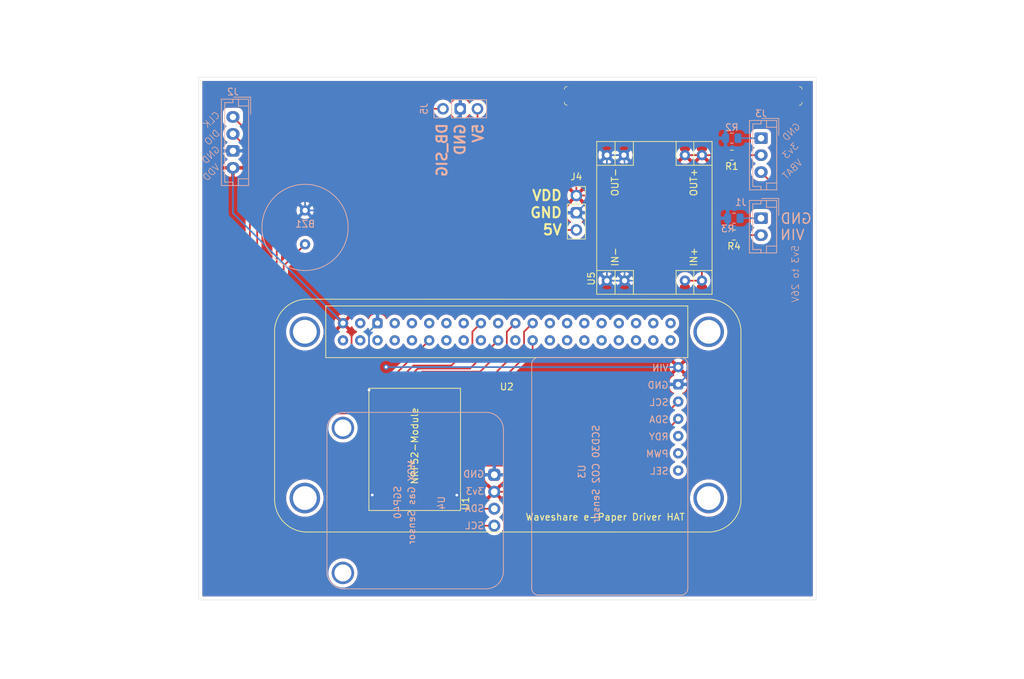
<source format=kicad_pcb>
(kicad_pcb (version 20171130) (host pcbnew 5.1.9)
  (layers (0 F.Cu signal) (31 B.Cu signal) (34 B.Paste user) (35 F.Paste user) (36 B.SilkS user) (37 F.SilkS user) (38 B.Mask user) (39 F.Mask user) (44 Edge.Cuts user))
  (net 0 "")
  (net 1 "Net-(U1-Pad48)")
  (net 2 "Net-(U1-Pad47)")
  (net 3 "Net-(U1-Pad46)")
  (net 4 "Net-(U1-Pad45)")
  (net 5 "Net-(U1-Pad34)")
  (net 6 "Net-(U1-Pad31)")
  (net 7 "Net-(U1-Pad30)")
  (net 8 "Net-(U1-Pad29)")
  (net 9 "Net-(U1-Pad28)")
  (net 10 "Net-(U1-Pad27)")
  (net 11 "Net-(U1-Pad26)")
  (net 12 "Net-(U1-Pad25)")
  (net 13 "Net-(U1-Pad24)")
  (net 14 "Net-(U1-Pad23)")
  (net 15 "Net-(U1-Pad22)")
  (net 16 "Net-(U1-Pad21)")
  (net 17 "Net-(U1-Pad20)")
  (net 18 "Net-(U1-Pad19)")
  (net 19 "Net-(U1-Pad18)")
  (net 20 "Net-(U1-Pad17)")
  (net 21 "Net-(U1-Pad16)")
  (net 22 "Net-(U1-Pad15)")
  (net 23 "Net-(U1-Pad14)")
  (net 24 "Net-(U1-Pad7)")
  (net 25 "Net-(U1-Pad6)")
  (net 26 GND)
  (net 27 CS)
  (net 28 DIN)
  (net 29 CLK)
  (net 30 SWDCLK)
  (net 31 SWDIO)
  (net 32 DC)
  (net 33 BUSY)
  (net 34 RST)
  (net 35 VDD)
  (net 36 "Net-(U3-Pad7)")
  (net 37 "Net-(U3-Pad6)")
  (net 38 "Net-(U3-Pad5)")
  (net 39 SCL_SCD30)
  (net 40 SDA_SCD30)
  (net 41 SCL_SGP40)
  (net 42 SDA_SGP40)
  (net 43 VIN)
  (net 44 VBAT)
  (net 45 "Net-(U1-Pad11)")
  (net 46 "Net-(U1-Pad10)")
  (net 47 "Net-(U1-Pad39)")
  (net 48 "Net-(U1-Pad41)")
  (net 49 "Net-(U1-Pad36)")
  (net 50 "Net-(U1-Pad40)")
  (net 51 "Net-(U1-Pad35)")
  (net 52 "Net-(U1-Pad9)")
  (net 53 "Net-(J3-Pad2)")
  (net 54 "Net-(J1-Pad2)")
  (net 55 "Net-(J1-Pad1)")
  (net 56 "Net-(J3-Pad1)")
  (net 57 BUZ_SIG)
  (net 58 5V)
  (net 59 "Net-(U1-Pad8)")
  (net 60 "Net-(U1-Pad12)")
  (net 61 "Net-(U1-Pad13)")
  (net 62 DB_SIG)
  (module PS1240P02BT:PS1240P02BT (layer B.Cu) (at 129.725 88.7)
    (fp_text reference BZ1 (at 0 -0.5) (layer B.SilkS) (effects (justify mirror)))
    (fp_text value Buzzer)
    (fp_circle (center 0 0) (end 6.35 0) (layer B.SilkS) (width 0.12))
    (pad 2 thru_hole circle (at 0 -2.5) (size 1.524 1.524) (drill 0.762) (layers *.Cu *.Mask) (net 26 GND))
    (pad 1 thru_hole circle (at 0 2.5) (size 1.524 1.524) (drill 0.762) (layers *.Cu *.Mask) (net 57 BUZ_SIG))
  )
  (module Connector_PinSocket_2.54mm:PinSocket_1x03_P2.54mm_Vertical (layer B.Cu) (at 150.05 71.225 270)
    (fp_text reference J5 (at 0 2.77 90) (layer B.SilkS) (effects (justify mirror)))
    (fp_text value DecibelMeter)
    (fp_line (start 0 1.33) (end 1.33 1.33) (layer B.SilkS) (width 0.12))
    (fp_line (start 1.33 1.33) (end 1.33 0) (layer B.SilkS) (width 0.12))
    (fp_line (start 1.33 -1.27) (end 1.33 -6.41) (layer B.SilkS) (width 0.12))
    (fp_line (start -1.33 -6.41) (end 1.33 -6.41) (layer B.SilkS) (width 0.12))
    (fp_line (start -1.33 -1.27) (end -1.33 -6.41) (layer B.SilkS) (width 0.12))
    (fp_line (start -1.33 -1.27) (end 1.33 -1.27) (layer B.SilkS) (width 0.12))
    (pad 3 thru_hole oval (at 0 -5.08 270) (size 1.7 1.7) (drill 1) (layers *.Cu *.Mask) (net 58 5V))
    (pad 2 thru_hole roundrect (at 0 -2.54 270) (size 1.7 1.7) (drill 1) (layers *.Cu *.Mask) (net 26 GND))
    (pad 1 thru_hole circle (at 0 0 270) (size 1.7 1.7) (drill 1) (layers *.Cu *.Mask) (net 62 DB_SIG))
  )
  (module Connector_PinSocket_2.54mm:PinSocket_1x03_P2.54mm_Vertical (layer F.Cu) (at 169.7 84)
    (fp_text reference J4 (at 0 -2.77) (layer F.SilkS))
    (fp_text value PowerConverter)
    (fp_line (start 0 -1.33) (end 1.33 -1.33) (layer F.SilkS) (width 0.12))
    (fp_line (start 1.33 -1.33) (end 1.33 0) (layer F.SilkS) (width 0.12))
    (fp_line (start 1.33 1.27) (end 1.33 6.41) (layer F.SilkS) (width 0.12))
    (fp_line (start -1.33 6.41) (end 1.33 6.41) (layer F.SilkS) (width 0.12))
    (fp_line (start -1.33 1.27) (end -1.33 6.41) (layer F.SilkS) (width 0.12))
    (fp_line (start -1.33 1.27) (end 1.33 1.27) (layer F.SilkS) (width 0.12))
    (pad 3 thru_hole oval (at 0 5.08) (size 1.7 1.7) (drill 1) (layers *.Cu *.Mask) (net 58 5V))
    (pad 2 thru_hole roundrect (at 0 2.54) (size 1.7 1.7) (drill 1) (layers *.Cu *.Mask) (net 26 GND))
    (pad 1 thru_hole circle (at 0 0) (size 1.7 1.7) (drill 1) (layers *.Cu *.Mask) (net 35 VDD))
  )
  (module Connector_JST:JST_EH_B4B-EH-A_1x04_P2.50mm_Vertical (layer B.Cu) (at 119.1 72.425 270)
    (fp_text reference J2 (at -3.7 0) (layer B.SilkS) (effects (justify mirror)))
    (fp_text value Conn_01x04)
    (fp_line (start -2.91 -2.61) (end -0.41 -2.61) (layer B.SilkS) (width 0.12))
    (fp_line (start -2.91 -0.11) (end -2.91 -2.61) (layer B.SilkS) (width 0.12))
    (fp_line (start 9.11 -0.81) (end 9.11 -2.31) (layer B.SilkS) (width 0.12))
    (fp_line (start 10.11 -0.81) (end 9.11 -0.81) (layer B.SilkS) (width 0.12))
    (fp_line (start -1.61 -0.81) (end -1.61 -2.31) (layer B.SilkS) (width 0.12))
    (fp_line (start -2.61 -0.81) (end -1.61 -0.81) (layer B.SilkS) (width 0.12))
    (fp_line (start 9.61 0) (end 10.11 0) (layer B.SilkS) (width 0.12))
    (fp_line (start 9.61 1.21) (end 9.61 0) (layer B.SilkS) (width 0.12))
    (fp_line (start -2.11 1.21) (end 9.61 1.21) (layer B.SilkS) (width 0.12))
    (fp_line (start -2.11 0) (end -2.11 1.21) (layer B.SilkS) (width 0.12))
    (fp_line (start -2.61 0) (end -2.11 0) (layer B.SilkS) (width 0.12))
    (fp_line (start 10.11 1.71) (end -2.61 1.71) (layer B.SilkS) (width 0.12))
    (fp_line (start 10.11 -2.31) (end 10.11 1.71) (layer B.SilkS) (width 0.12))
    (fp_line (start -2.61 -2.31) (end 10.11 -2.31) (layer B.SilkS) (width 0.12))
    (fp_line (start -2.61 1.71) (end -2.61 -2.31) (layer B.SilkS) (width 0.12))
    (pad 1 thru_hole oval (at 0 0 270) (size 1.7 1.95) (drill 0.95) (layers *.Cu *.Mask) (net 30 SWDCLK))
    (pad 2 thru_hole oval (at 2.5 0 270) (size 1.7 1.95) (drill 0.95) (layers *.Cu *.Mask) (net 31 SWDIO))
    (pad 3 thru_hole roundrect (at 5 0 270) (size 1.7 1.95) (drill 0.95) (layers *.Cu *.Mask) (net 26 GND))
    (pad 4 thru_hole oval (at 7.5 0 270) (size 1.7 1.95) (drill 0.95) (layers *.Cu *.Mask) (net 35 VDD))
  )
  (module Connector_JST:JST_EH_B2B-EH-A_1x02_P2.50mm_Vertical (layer B.Cu) (at 196.9 87.345 270)
    (fp_text reference J1 (at -2.345 2.975 180) (layer B.SilkS) (effects (justify mirror)))
    (fp_text value Conn_01x02)
    (fp_line (start -2.91 -2.61) (end -0.41 -2.61) (layer B.SilkS) (width 0.12))
    (fp_line (start -2.91 -0.11) (end -2.91 -2.61) (layer B.SilkS) (width 0.12))
    (fp_line (start 4.11 -0.81) (end 4.11 -2.31) (layer B.SilkS) (width 0.12))
    (fp_line (start 5.11 -0.81) (end 4.11 -0.81) (layer B.SilkS) (width 0.12))
    (fp_line (start -1.61 -0.81) (end -1.61 -2.31) (layer B.SilkS) (width 0.12))
    (fp_line (start -2.61 -0.81) (end -1.61 -0.81) (layer B.SilkS) (width 0.12))
    (fp_line (start 4.61 0) (end 5.11 0) (layer B.SilkS) (width 0.12))
    (fp_line (start 4.61 1.21) (end 4.61 0) (layer B.SilkS) (width 0.12))
    (fp_line (start -2.11 1.21) (end 4.61 1.21) (layer B.SilkS) (width 0.12))
    (fp_line (start -2.11 0) (end -2.11 1.21) (layer B.SilkS) (width 0.12))
    (fp_line (start -2.61 0) (end -2.11 0) (layer B.SilkS) (width 0.12))
    (fp_line (start 5.11 1.71) (end -2.61 1.71) (layer B.SilkS) (width 0.12))
    (fp_line (start 5.11 -2.31) (end 5.11 1.71) (layer B.SilkS) (width 0.12))
    (fp_line (start -2.61 -2.31) (end 5.11 -2.31) (layer B.SilkS) (width 0.12))
    (fp_line (start -2.61 1.71) (end -2.61 -2.31) (layer B.SilkS) (width 0.12))
    (pad 1 thru_hole roundrect (at 0 0 270) (size 1.7 2) (drill 1) (layers *.Cu *.Mask) (roundrect_rratio 0.147059) (net 55 "Net-(J1-Pad1)"))
    (pad 2 thru_hole oval (at 2.5 0 270) (size 1.7 2) (drill 1) (layers *.Cu *.Mask) (net 54 "Net-(J1-Pad2)"))
  )
  (module Resistor_SMD:R_0805_2012Metric (layer F.Cu) (at 192.925 89.825 180)
    (fp_text reference R4 (at 0 -1.65) (layer F.SilkS))
    (fp_text value 0)
    (fp_line (start -0.227064 0.735) (end 0.227064 0.735) (layer F.SilkS) (width 0.12))
    (fp_line (start -0.227064 -0.735) (end 0.227064 -0.735) (layer F.SilkS) (width 0.12))
    (pad 1 smd roundrect (at -0.9125 0 180) (size 1.025 1.4) (layers F.Cu F.Paste F.Mask) (roundrect_rratio 0.243902) (net 54 "Net-(J1-Pad2)"))
    (pad 2 smd roundrect (at 0.9125 0 180) (size 1.025 1.4) (layers F.Cu F.Paste F.Mask) (roundrect_rratio 0.243902) (net 43 VIN))
  )
  (module Resistor_SMD:R_0805_2012Metric (layer B.Cu) (at 192.9125 87.35 180)
    (fp_text reference R3 (at 0.9125 -1.55 180) (layer B.SilkS) (effects (justify mirror)))
    (fp_text value 0)
    (fp_line (start -0.227064 -0.735) (end 0.227064 -0.735) (layer B.SilkS) (width 0.12))
    (fp_line (start -0.227064 0.735) (end 0.227064 0.735) (layer B.SilkS) (width 0.12))
    (pad 1 smd roundrect (at -0.9125 0 180) (size 1.025 1.4) (layers B.Cu B.Paste B.Mask) (roundrect_rratio 0.243902) (net 55 "Net-(J1-Pad1)"))
    (pad 2 smd roundrect (at 0.9125 0 180) (size 1.025 1.4) (layers B.Cu B.Paste B.Mask) (roundrect_rratio 0.243902) (net 26 GND))
  )
  (module Resistor_SMD:R_0805_2012Metric (layer B.Cu) (at 192.6 75.555 180)
    (fp_text reference R2 (at 0 1.58) (layer B.SilkS) (effects (justify mirror)))
    (fp_text value 0)
    (fp_line (start -0.227064 -0.735) (end 0.227064 -0.735) (layer B.SilkS) (width 0.12))
    (fp_line (start -0.227064 0.735) (end 0.227064 0.735) (layer B.SilkS) (width 0.12))
    (pad 1 smd roundrect (at -0.9125 0 180) (size 1.025 1.4) (layers B.Cu B.Paste B.Mask) (roundrect_rratio 0.243902) (net 56 "Net-(J3-Pad1)"))
    (pad 2 smd roundrect (at 0.9125 0 180) (size 1.025 1.4) (layers B.Cu B.Paste B.Mask) (roundrect_rratio 0.243902) (net 26 GND))
  )
  (module Resistor_SMD:R_0805_2012Metric (layer F.Cu) (at 192.6 78.055 180)
    (fp_text reference R1 (at 0 -1.65) (layer F.SilkS))
    (fp_text value 0)
    (fp_line (start -0.227064 0.735) (end 0.227064 0.735) (layer F.SilkS) (width 0.12))
    (fp_line (start -0.227064 -0.735) (end 0.227064 -0.735) (layer F.SilkS) (width 0.12))
    (pad 1 smd roundrect (at -0.9125 0 180) (size 1.025 1.4) (layers F.Cu F.Paste F.Mask) (roundrect_rratio 0.243902) (net 53 "Net-(J3-Pad2)"))
    (pad 2 smd roundrect (at 0.9125 0 180) (size 1.025 1.4) (layers F.Cu F.Paste F.Mask) (roundrect_rratio 0.243902) (net 35 VDD))
  )
  (module sensirion-scd30:scd30 (layer B.Cu) (at 186.12 142.875 180)
    (fp_text reference U3 (at 15.59 18.2 270) (layer B.SilkS) (effects (justify mirror)))
    (fp_text value SCD30)
    (fp_line (start 1 0) (end 22 0) (layer B.SilkS) (width 0.12))
    (fp_line (start 0 34) (end 0 1) (layer B.SilkS) (width 0.12))
    (fp_line (start 22 35) (end 1 35) (layer B.SilkS) (width 0.12))
    (fp_line (start 23 1) (end 23 34) (layer B.SilkS) (width 0.12))
    (fp_arc (start 1 34) (end 1 35) (angle 90) (layer B.SilkS) (width 0.12))
    (fp_arc (start 22 34) (end 23 34) (angle 90) (layer B.SilkS) (width 0.12))
    (fp_arc (start 22 1) (end 22 0) (angle 90) (layer B.SilkS) (width 0.12))
    (fp_arc (start 1 1) (end 0 1) (angle 90) (layer B.SilkS) (width 0.12))
    (fp_text user SEL (at 4.192857 18.27) (layer B.SilkS) (effects (justify mirror)))
    (fp_text user PWM (at 4.502381 20.8) (layer B.SilkS) (effects (justify mirror)))
    (fp_text user RDY (at 4.288095 23.33) (layer B.SilkS) (effects (justify mirror)))
    (fp_text user SDA (at 4.264286 25.86) (layer B.SilkS) (effects (justify mirror)))
    (fp_text user SCL (at 4.240476 28.39) (layer B.SilkS) (effects (justify mirror)))
    (fp_text user GND (at 4.383333 30.92) (layer B.SilkS) (effects (justify mirror)))
    (fp_text user VIN (at 4.05 33.45) (layer B.SilkS) (effects (justify mirror)))
    (fp_text user "SCD30 CO2 Sensor" (at 13.53 17.85 270) (layer B.SilkS) (effects (justify mirror)))
    (pad 4 thru_hole circle (at 1.41 25.97 180) (size 1.524 1.524) (drill 0.762) (layers *.Cu *.Mask) (net 40 SDA_SCD30))
    (pad 5 thru_hole circle (at 1.41 23.43 180) (size 1.524 1.524) (drill 0.762) (layers *.Cu *.Mask) (net 38 "Net-(U3-Pad5)"))
    (pad 3 thru_hole circle (at 1.41 28.51 180) (size 1.524 1.524) (drill 0.762) (layers *.Cu *.Mask) (net 39 SCL_SCD30))
    (pad 2 thru_hole roundrect (at 1.41 31.05 180) (size 1.524 1.524) (drill 0.762) (layers *.Cu *.Mask) (net 26 GND))
    (pad 7 thru_hole circle (at 1.41 18.35 180) (size 1.524 1.524) (drill 0.762) (layers *.Cu *.Mask) (net 36 "Net-(U3-Pad7)"))
    (pad 6 thru_hole circle (at 1.41 20.89 180) (size 1.524 1.524) (drill 0.762) (layers *.Cu *.Mask) (net 37 "Net-(U3-Pad6)"))
    (pad 1 thru_hole circle (at 1.41 33.59 180) (size 1.524 1.524) (drill 0.762) (layers *.Cu *.Mask) (net 35 VDD))
  )
  (module Connector_JST:JST_EH_B3B-EH-A_1x03_P2.50mm_Vertical (layer B.Cu) (at 196.91 75.555 270)
    (fp_text reference J3 (at -3.63 -0.015 180) (layer B.SilkS) (effects (justify mirror)))
    (fp_text value Conn_01x03)
    (fp_line (start -2.91 -2.61) (end -0.41 -2.61) (layer B.SilkS) (width 0.12))
    (fp_line (start -2.91 -0.11) (end -2.91 -2.61) (layer B.SilkS) (width 0.12))
    (fp_line (start 6.61 -0.81) (end 6.61 -2.31) (layer B.SilkS) (width 0.12))
    (fp_line (start 7.61 -0.81) (end 6.61 -0.81) (layer B.SilkS) (width 0.12))
    (fp_line (start -1.61 -0.81) (end -1.61 -2.31) (layer B.SilkS) (width 0.12))
    (fp_line (start -2.61 -0.81) (end -1.61 -0.81) (layer B.SilkS) (width 0.12))
    (fp_line (start 7.11 0) (end 7.61 0) (layer B.SilkS) (width 0.12))
    (fp_line (start 7.11 1.21) (end 7.11 0) (layer B.SilkS) (width 0.12))
    (fp_line (start -2.11 1.21) (end 7.11 1.21) (layer B.SilkS) (width 0.12))
    (fp_line (start -2.11 0) (end -2.11 1.21) (layer B.SilkS) (width 0.12))
    (fp_line (start -2.61 0) (end -2.11 0) (layer B.SilkS) (width 0.12))
    (fp_line (start 7.61 1.71) (end -2.61 1.71) (layer B.SilkS) (width 0.12))
    (fp_line (start 7.61 -2.31) (end 7.61 1.71) (layer B.SilkS) (width 0.12))
    (fp_line (start -2.61 -2.31) (end 7.61 -2.31) (layer B.SilkS) (width 0.12))
    (fp_line (start -2.61 1.71) (end -2.61 -2.31) (layer B.SilkS) (width 0.12))
    (pad 1 thru_hole roundrect (at 0 0 270) (size 1.7 1.95) (drill 0.95) (layers *.Cu *.Mask) (roundrect_rratio 0.147059) (net 56 "Net-(J3-Pad1)"))
    (pad 2 thru_hole oval (at 2.5 0 270) (size 1.7 1.95) (drill 0.95) (layers *.Cu *.Mask) (net 53 "Net-(J3-Pad2)"))
    (pad 3 thru_hole oval (at 5 0 270) (size 1.7 1.95) (drill 0.95) (layers *.Cu *.Mask) (net 44 VBAT))
  )
  (module sgp40-adafruit-breakout:sgp40-sparkx-breakout (layer B.Cu) (at 158.95 141.95 90)
    (fp_text reference U4 (at 12.65 -9.13 270) (layer B.SilkS) (effects (justify mirror)))
    (fp_text value SGP40)
    (fp_line (start 2.5389 -26) (end 23.46 -26) (layer B.SilkS) (width 0.12))
    (fp_line (start 26 -23.46) (end 26 -2.5464) (layer B.SilkS) (width 0.12))
    (fp_line (start 23.46 0) (end 2.5389 -0.0064) (layer B.SilkS) (width 0.12))
    (fp_line (start -0.0011 -2.5464) (end -0.0011 -23.46) (layer B.SilkS) (width 0.12))
    (fp_text user GND (at 16.9 -4.38 180) (layer B.SilkS) (effects (justify mirror)))
    (fp_text user 3v3 (at 14.366666 -4.189524 180) (layer B.SilkS) (effects (justify mirror)))
    (fp_text user SDA (at 11.833333 -4.260952 180) (layer B.SilkS) (effects (justify mirror)))
    (fp_text user SCL (at 9.3 -4.237143) (layer B.SilkS) (effects (justify mirror)))
    (fp_arc (start 2.5389 -23.46) (end -0.0011 -23.46) (angle 90) (layer B.SilkS) (width 0.12))
    (fp_arc (start 23.46 -23.46) (end 23.46 -26) (angle 90) (layer B.SilkS) (width 0.12))
    (fp_arc (start 23.46 -2.54) (end 26 -2.54) (angle 90) (layer B.SilkS) (width 0.12))
    (fp_arc (start 2.5389 -2.5464) (end 2.5389 -0.0064) (angle 90) (layer B.SilkS) (width 0.12))
    (fp_text user SGP40 (at 12.73 -15.59 270) (layer B.SilkS) (effects (justify mirror)))
    (fp_text user "MOX Gas Sensor" (at 12.76 -13.53 270) (layer B.SilkS) (effects (justify mirror)))
    (pad M1 thru_hole circle (at 2.3389 -23.6464 270) (size 3.3 3.3) (drill 2.5) (layers *.Cu *.Mask))
    (pad M2 thru_hole circle (at 23.7 -23.6464 270) (size 3.3 3.3) (drill 2.5) (layers *.Cu *.Mask))
    (pad 1 thru_hole roundrect (at 16.8 -1.3464 270) (size 1.778 1.778) (drill 1) (layers *.Cu *.Mask) (net 26 GND))
    (pad 2 thru_hole circle (at 14.3 -1.3464 270) (size 1.778 1.778) (drill 1) (layers *.Cu *.Mask) (net 35 VDD))
    (pad 3 thru_hole circle (at 11.8 -1.3464 270) (size 1.778 1.778) (drill 1) (layers *.Cu *.Mask) (net 42 SDA_SGP40))
    (pad 4 thru_hole circle (at 9.3 -1.3464 270) (size 1.778 1.778) (drill 1) (layers *.Cu *.Mask) (net 41 SCL_SGP40))
  )
  (module waveshare-epaper-module:epaper-module (layer F.Cu) (at 159.446 104.079 270)
    (fp_text reference U2 (at 8.1 0 180) (layer F.SilkS))
    (fp_text value epaper-module)
    (fp_line (start 25 -34.5) (end 0 -34.5) (layer F.SilkS) (width 0.12))
    (fp_line (start 29.5 29.7) (end 29.506672 -29.708971) (layer F.SilkS) (width 0.12))
    (fp_line (start -0.293328 34.206672) (end 24.708971 34.206672) (layer F.SilkS) (width 0.12))
    (fp_line (start -4.791029 -29.993328) (end -4.8 29.415643) (layer F.SilkS) (width 0.12))
    (fp_line (start 3.81 -26.67) (end -3.81 -26.67) (layer F.SilkS) (width 0.12))
    (fp_line (start 3.81 26.67) (end 3.81 -26.67) (layer F.SilkS) (width 0.12))
    (fp_line (start -3.81 26.67) (end 3.81 26.67) (layer F.SilkS) (width 0.12))
    (fp_line (start -3.81 -26.67) (end -3.81 26.67) (layer F.SilkS) (width 0.12))
    (fp_text user "Waveshare e-Paper Driver HAT" (at 27.3 -14.5 180) (layer F.SilkS))
    (fp_arc (start 0 29.415643) (end -4.8 29.415643) (angle -86.49646836) (layer F.SilkS) (width 0.12))
    (fp_arc (start 24.708971 29.406672) (end 24.708971 34.206672) (angle -86.49646836) (layer F.SilkS) (width 0.12))
    (fp_arc (start 24.706672 -29.708971) (end 29.506672 -29.708971) (angle -86.49646836) (layer F.SilkS) (width 0.12))
    (fp_arc (start 0 -29.7) (end 0 -34.5) (angle -86.49646836) (layer F.SilkS) (width 0.12))
    (pad "" thru_hole circle (at -1.27 -24.13 270) (size 1.524 1.524) (drill 0.762) (layers *.Cu *.Mask))
    (pad "" thru_hole circle (at 1.27 -24.13 270) (size 1.524 1.524) (drill 0.762) (layers *.Cu *.Mask))
    (pad "" thru_hole circle (at -1.27 -21.59 270) (size 1.524 1.524) (drill 0.762) (layers *.Cu *.Mask))
    (pad "" thru_hole circle (at 1.27 -21.59 270) (size 1.524 1.524) (drill 0.762) (layers *.Cu *.Mask))
    (pad "" thru_hole circle (at -1.27 -19.05 270) (size 1.524 1.524) (drill 0.762) (layers *.Cu *.Mask))
    (pad "" thru_hole circle (at 1.27 -19.05 270) (size 1.524 1.524) (drill 0.762) (layers *.Cu *.Mask))
    (pad "" thru_hole circle (at -1.27 -16.51 270) (size 1.524 1.524) (drill 0.762) (layers *.Cu *.Mask))
    (pad "" thru_hole circle (at 1.27 -16.51 270) (size 1.524 1.524) (drill 0.762) (layers *.Cu *.Mask))
    (pad "" thru_hole circle (at -1.27 -13.97 270) (size 1.524 1.524) (drill 0.762) (layers *.Cu *.Mask))
    (pad "" thru_hole circle (at 1.27 -13.97 270) (size 1.524 1.524) (drill 0.762) (layers *.Cu *.Mask))
    (pad "" thru_hole circle (at -1.27 -11.43 270) (size 1.524 1.524) (drill 0.762) (layers *.Cu *.Mask))
    (pad "" thru_hole circle (at 1.27 -11.43 270) (size 1.524 1.524) (drill 0.762) (layers *.Cu *.Mask))
    (pad "" thru_hole circle (at -1.27 -8.89 270) (size 1.524 1.524) (drill 0.762) (layers *.Cu *.Mask))
    (pad "" thru_hole circle (at 1.27 -8.89 270) (size 1.524 1.524) (drill 0.762) (layers *.Cu *.Mask))
    (pad "" thru_hole circle (at -1.27 -6.35 270) (size 1.524 1.524) (drill 0.762) (layers *.Cu *.Mask))
    (pad "" thru_hole circle (at 1.27 -6.35 270) (size 1.524 1.524) (drill 0.762) (layers *.Cu *.Mask))
    (pad 4 thru_hole circle (at -1.27 -3.81 270) (size 1.524 1.524) (drill 0.762) (layers *.Cu *.Mask) (net 27 CS))
    (pad 5 thru_hole circle (at 1.27 -3.81 270) (size 1.524 1.524) (drill 0.762) (layers *.Cu *.Mask) (net 29 CLK))
    (pad 3 thru_hole circle (at -1.27 -1.27 270) (size 1.524 1.524) (drill 0.762) (layers *.Cu *.Mask) (net 32 DC))
    (pad "" thru_hole circle (at 1.27 -1.27 270) (size 1.524 1.524) (drill 0.762) (layers *.Cu *.Mask))
    (pad "" thru_hole circle (at -1.27 1.27 270) (size 1.524 1.524) (drill 0.762) (layers *.Cu *.Mask))
    (pad 6 thru_hole circle (at 1.27 1.27 270) (size 1.524 1.524) (drill 0.762) (layers *.Cu *.Mask) (net 28 DIN))
    (pad 1 thru_hole circle (at -1.27 3.81 270) (size 1.524 1.524) (drill 0.762) (layers *.Cu *.Mask) (net 33 BUSY))
    (pad "" thru_hole circle (at 1.27 3.81 270) (size 1.524 1.524) (drill 0.762) (layers *.Cu *.Mask))
    (pad "" thru_hole circle (at -1.27 6.35 270) (size 1.524 1.524) (drill 0.762) (layers *.Cu *.Mask))
    (pad "" thru_hole circle (at 1.27 6.35 270) (size 1.524 1.524) (drill 0.762) (layers *.Cu *.Mask))
    (pad "" thru_hole circle (at -1.27 8.89 270) (size 1.524 1.524) (drill 0.762) (layers *.Cu *.Mask))
    (pad "" thru_hole circle (at 1.27 8.89 270) (size 1.524 1.524) (drill 0.762) (layers *.Cu *.Mask))
    (pad "" thru_hole circle (at -1.27 11.43 270) (size 1.524 1.524) (drill 0.762) (layers *.Cu *.Mask))
    (pad 2 thru_hole circle (at 1.27 11.43 270) (size 1.524 1.524) (drill 0.762) (layers *.Cu *.Mask) (net 34 RST))
    (pad "" thru_hole circle (at -1.27 13.97 270) (size 1.524 1.524) (drill 0.762) (layers *.Cu *.Mask))
    (pad "" thru_hole circle (at 1.27 13.97 270) (size 1.524 1.524) (drill 0.762) (layers *.Cu *.Mask))
    (pad "" thru_hole circle (at -1.27 16.51 270) (size 1.524 1.524) (drill 0.762) (layers *.Cu *.Mask))
    (pad "" thru_hole circle (at 1.27 16.51 270) (size 1.524 1.524) (drill 0.762) (layers *.Cu *.Mask))
    (pad 7 thru_hole roundrect (at -1.27 19.05 270) (size 1.524 1.524) (drill 0.762) (layers *.Cu *.Mask) (net 26 GND))
    (pad "" thru_hole circle (at 1.27 19.05 270) (size 1.524 1.524) (drill 0.762) (layers *.Cu *.Mask))
    (pad "" thru_hole circle (at -1.27 21.59 270) (size 1.524 1.524) (drill 0.762) (layers *.Cu *.Mask))
    (pad "" thru_hole circle (at 1.27 21.59 270) (size 1.524 1.524) (drill 0.762) (layers *.Cu *.Mask))
    (pad 8 thru_hole circle (at -1.27 24.13 270) (size 1.524 1.524) (drill 0.762) (layers *.Cu *.Mask) (net 35 VDD))
    (pad "" thru_hole circle (at 1.27 24.13 270) (size 1.524 1.524) (drill 0.762) (layers *.Cu *.Mask))
    (pad "" np_thru_hole circle (at 0 -29.75 270) (size 4.5 4.5) (drill 3.5) (layers *.Cu *.Mask))
    (pad "" np_thru_hole circle (at 0 29.75 270) (size 4.5 4.5) (drill 3.5) (layers *.Cu *.Mask))
    (pad "" np_thru_hole circle (at 24.5 -29.75 270) (size 4.5 4.5) (drill 3.5) (layers *.Cu *.Mask))
    (pad "" np_thru_hole circle (at 24.5 29.75 270) (size 4.5 4.5) (drill 3.5) (layers *.Cu *.Mask))
  )
  (module nrf52840-waveshare:nrf52-waveshare (layer F.Cu) (at 152.63 130.405 180)
    (fp_text reference U1 (at -0.748 1.024 90) (layer F.SilkS))
    (fp_text value NRF52840)
    (fp_line (start 13.5 0) (end 13.5 18) (layer F.SilkS) (width 0.12))
    (fp_line (start 13.5 0) (end 0 0) (layer F.SilkS) (width 0.12))
    (fp_line (start 0 0) (end 0 18) (layer F.SilkS) (width 0.12))
    (fp_line (start 0 18) (end 13.5 18) (layer F.SilkS) (width 0.12))
    (fp_text user NRF52-Module (at 6.75 9.5 90) (layer F.SilkS))
    (pad 1 smd rect (at 0.55 3.3 180) (size 1 0.7) (layers F.Cu F.Paste F.Mask) (net 26 GND))
    (pad 2 smd rect (at 0.55 4.4 180) (size 1 0.7) (layers F.Cu F.Paste F.Mask) (net 42 SDA_SGP40))
    (pad 3 smd rect (at 0.55 5.5 180) (size 1 0.7) (layers F.Cu F.Paste F.Mask) (net 41 SCL_SGP40))
    (pad 4 smd rect (at 0.55 6.6 180) (size 1 0.7) (layers F.Cu F.Paste F.Mask) (net 40 SDA_SCD30))
    (pad 5 smd rect (at 0.55 7.7 180) (size 1 0.7) (layers F.Cu F.Paste F.Mask) (net 39 SCL_SCD30))
    (pad 6 smd rect (at 0.55 8.8 180) (size 1 0.7) (layers F.Cu F.Paste F.Mask) (net 25 "Net-(U1-Pad6)"))
    (pad 7 smd rect (at 0.55 9.9 180) (size 1 0.7) (layers F.Cu F.Paste F.Mask) (net 24 "Net-(U1-Pad7)"))
    (pad 8 smd rect (at 0.55 11 180) (size 1 0.7) (layers F.Cu F.Paste F.Mask) (net 59 "Net-(U1-Pad8)"))
    (pad 9 smd rect (at 0.55 12.1 180) (size 1 0.7) (layers F.Cu F.Paste F.Mask) (net 52 "Net-(U1-Pad9)"))
    (pad 10 smd rect (at 0.55 13.2 180) (size 1 0.7) (layers F.Cu F.Paste F.Mask) (net 46 "Net-(U1-Pad10)"))
    (pad 11 smd rect (at 0.55 14.3 180) (size 1 0.7) (layers F.Cu F.Paste F.Mask) (net 45 "Net-(U1-Pad11)"))
    (pad 12 smd rect (at 0.55 15.4 180) (size 1 0.7) (layers F.Cu F.Paste F.Mask) (net 60 "Net-(U1-Pad12)"))
    (pad 13 smd rect (at 0.55 16.5 180) (size 1 0.7) (layers F.Cu F.Paste F.Mask) (net 61 "Net-(U1-Pad13)"))
    (pad 14 smd rect (at 2.525 5.5 180) (size 1 0.7) (layers F.Cu F.Paste F.Mask) (net 23 "Net-(U1-Pad14)"))
    (pad 15 smd rect (at 2.525 6.6 180) (size 1 0.7) (layers F.Cu F.Paste F.Mask) (net 22 "Net-(U1-Pad15)"))
    (pad 16 smd rect (at 2.525 7.7 180) (size 1 0.7) (layers F.Cu F.Paste F.Mask) (net 21 "Net-(U1-Pad16)"))
    (pad 17 smd rect (at 2.525 8.8 180) (size 1 0.7) (layers F.Cu F.Paste F.Mask) (net 20 "Net-(U1-Pad17)"))
    (pad 18 smd rect (at 2.525 9.9 180) (size 1 0.7) (layers F.Cu F.Paste F.Mask) (net 19 "Net-(U1-Pad18)"))
    (pad 19 smd rect (at 2.525 11 180) (size 1 0.7) (layers F.Cu F.Paste F.Mask) (net 18 "Net-(U1-Pad19)"))
    (pad 20 smd rect (at 2.525 12.1 180) (size 1 0.7) (layers F.Cu F.Paste F.Mask) (net 17 "Net-(U1-Pad20)"))
    (pad 21 smd rect (at 2.525 13.2 180) (size 1 0.7) (layers F.Cu F.Paste F.Mask) (net 16 "Net-(U1-Pad21)"))
    (pad 22 smd rect (at 2.525 14.3 180) (size 1 0.7) (layers F.Cu F.Paste F.Mask) (net 15 "Net-(U1-Pad22)"))
    (pad 23 smd rect (at 11.025 5.5 180) (size 1 0.7) (layers F.Cu F.Paste F.Mask) (net 14 "Net-(U1-Pad23)"))
    (pad 24 smd rect (at 11.025 6.6 180) (size 1 0.7) (layers F.Cu F.Paste F.Mask) (net 13 "Net-(U1-Pad24)"))
    (pad 25 smd rect (at 11.025 7.7 180) (size 1 0.7) (layers F.Cu F.Paste F.Mask) (net 12 "Net-(U1-Pad25)"))
    (pad 26 smd rect (at 11.025 8.8 180) (size 1 0.7) (layers F.Cu F.Paste F.Mask) (net 11 "Net-(U1-Pad26)"))
    (pad 27 smd rect (at 11.025 9.9 180) (size 1 0.7) (layers F.Cu F.Paste F.Mask) (net 10 "Net-(U1-Pad27)"))
    (pad 28 smd rect (at 11.025 11 180) (size 1 0.7) (layers F.Cu F.Paste F.Mask) (net 9 "Net-(U1-Pad28)"))
    (pad 29 smd rect (at 11.025 12.1 180) (size 1 0.7) (layers F.Cu F.Paste F.Mask) (net 8 "Net-(U1-Pad29)"))
    (pad 30 smd rect (at 11.025 13.2 180) (size 1 0.7) (layers F.Cu F.Paste F.Mask) (net 7 "Net-(U1-Pad30)"))
    (pad 31 smd rect (at 11.025 14.3 180) (size 1 0.7) (layers F.Cu F.Paste F.Mask) (net 6 "Net-(U1-Pad31)"))
    (pad 32 smd rect (at 13 3.3 180) (size 1 0.7) (layers F.Cu F.Paste F.Mask) (net 26 GND))
    (pad 33 smd rect (at 13 4.4 180) (size 1 0.7) (layers F.Cu F.Paste F.Mask) (net 44 VBAT))
    (pad 34 smd rect (at 13 5.5 180) (size 1 0.7) (layers F.Cu F.Paste F.Mask) (net 5 "Net-(U1-Pad34)"))
    (pad 35 smd rect (at 13 6.6 180) (size 1 0.7) (layers F.Cu F.Paste F.Mask) (net 51 "Net-(U1-Pad35)"))
    (pad 36 smd rect (at 13 7.7 180) (size 1 0.7) (layers F.Cu F.Paste F.Mask) (net 49 "Net-(U1-Pad36)"))
    (pad 37 smd rect (at 13 8.8 180) (size 1 0.7) (layers F.Cu F.Paste F.Mask) (net 31 SWDIO))
    (pad 38 smd rect (at 13 9.9 180) (size 1 0.7) (layers F.Cu F.Paste F.Mask) (net 30 SWDCLK))
    (pad 39 smd rect (at 13 11 180) (size 1 0.7) (layers F.Cu F.Paste F.Mask) (net 47 "Net-(U1-Pad39)"))
    (pad 40 smd rect (at 13 12.1 180) (size 1 0.7) (layers F.Cu F.Paste F.Mask) (net 50 "Net-(U1-Pad40)"))
    (pad 41 smd rect (at 13 13.2 180) (size 1 0.7) (layers F.Cu F.Paste F.Mask) (net 48 "Net-(U1-Pad41)"))
    (pad 42 smd rect (at 13 14.3 180) (size 1 0.7) (layers F.Cu F.Paste F.Mask) (net 62 DB_SIG))
    (pad 43 smd rect (at 13 15.4 180) (size 1 0.7) (layers F.Cu F.Paste F.Mask) (net 57 BUZ_SIG))
    (pad 44 smd rect (at 13 16.5 180) (size 1 0.7) (layers F.Cu F.Paste F.Mask) (net 26 GND))
    (pad 45 smd rect (at 1.25 17.5 90) (size 1 0.7) (layers F.Cu F.Paste F.Mask) (net 4 "Net-(U1-Pad45)"))
    (pad 46 smd rect (at 2.35 17.5 90) (size 1 0.7) (layers F.Cu F.Paste F.Mask) (net 3 "Net-(U1-Pad46)"))
    (pad 47 smd rect (at 3.5 17.5 90) (size 1 0.7) (layers F.Cu F.Paste F.Mask) (net 2 "Net-(U1-Pad47)"))
    (pad 48 smd rect (at 4.55 17.5 90) (size 1 0.7) (layers F.Cu F.Paste F.Mask) (net 1 "Net-(U1-Pad48)"))
    (pad 49 smd rect (at 5.65 17.5 90) (size 1 0.7) (layers F.Cu F.Paste F.Mask) (net 29 CLK))
    (pad 50 smd rect (at 6.75 17.5 90) (size 1 0.7) (layers F.Cu F.Paste F.Mask) (net 27 CS))
    (pad 51 smd rect (at 7.85 17.5 90) (size 1 0.7) (layers F.Cu F.Paste F.Mask) (net 32 DC))
    (pad 52 smd rect (at 8.95 17.5 90) (size 1 0.7) (layers F.Cu F.Paste F.Mask) (net 28 DIN))
    (pad 53 smd rect (at 10.05 17.5 90) (size 1 0.7) (layers F.Cu F.Paste F.Mask) (net 33 BUSY))
    (pad 54 smd rect (at 11.15 17.5 90) (size 1 0.7) (layers F.Cu F.Paste F.Mask) (net 34 RST))
    (pad 55 smd rect (at 12.25 17.5 90) (size 1 0.7) (layers F.Cu F.Paste F.Mask) (net 35 VDD))
  )
  (module ils-dcdc:ils-3v3dcdc (layer F.Cu) (at 172.7 98.55 90)
    (fp_text reference U5 (at 2.3 -0.8 90) (layer F.SilkS))
    (fp_text value ils-dcdc)
    (fp_line (start 0 0) (end 0 17) (layer F.SilkS) (width 0.12))
    (fp_line (start 22.5 0) (end 22.5 17) (layer F.SilkS) (width 0.12))
    (fp_line (start 0 0) (end 22.5 0) (layer F.SilkS) (width 0.12))
    (fp_line (start 22.5 17) (end 0 17) (layer F.SilkS) (width 0.12))
    (fp_line (start 19 0) (end 19 2.7) (layer F.SilkS) (width 0.12))
    (fp_line (start 19 2.7) (end 22.5 2.7) (layer F.SilkS) (width 0.12))
    (fp_line (start 19 2.7) (end 19 5.4) (layer F.SilkS) (width 0.12))
    (fp_line (start 19 5.4) (end 22.5 5.4) (layer F.SilkS) (width 0.12))
    (fp_line (start 3.5 0) (end 3.5 2.7) (layer F.SilkS) (width 0.12))
    (fp_line (start 3.5 2.7) (end 0 2.7) (layer F.SilkS) (width 0.12))
    (fp_line (start 3.5 2.7) (end 3.5 5.4) (layer F.SilkS) (width 0.12))
    (fp_line (start 3.5 5.4) (end 0 5.4) (layer F.SilkS) (width 0.12))
    (fp_line (start 3.5 17) (end 3.5 14.3) (layer F.SilkS) (width 0.12))
    (fp_line (start 3.5 14.3) (end 0 14.3) (layer F.SilkS) (width 0.12))
    (fp_line (start 3.5 14.3) (end 3.5 11.7) (layer F.SilkS) (width 0.12))
    (fp_line (start 3.5 11.7) (end 0 11.7) (layer F.SilkS) (width 0.12))
    (fp_line (start 19 17) (end 19 14) (layer F.SilkS) (width 0.12))
    (fp_line (start 19 14.3) (end 22.5 14.3) (layer F.SilkS) (width 0.12))
    (fp_line (start 19 14) (end 19 11.7) (layer F.SilkS) (width 0.12))
    (fp_line (start 19 11.7) (end 22.5 11.7) (layer F.SilkS) (width 0.12))
    (fp_text user IN- (at 5.5 2.7 90) (layer F.SilkS))
    (fp_text user OUT- (at 16.5 2.7 90) (layer F.SilkS))
    (fp_text user IN+ (at 5.5 14.3 90) (layer F.SilkS))
    (fp_text user OUT+ (at 16.5 14.3 90) (layer F.SilkS))
    (pad 2 thru_hole circle (at 2 1.5 90) (size 1.524 1.524) (drill 0.762) (layers *.Cu *.Mask) (net 26 GND))
    (pad 2 thru_hole circle (at 2 4.1 90) (size 1.524 1.524) (drill 0.762) (layers *.Cu *.Mask) (net 26 GND))
    (pad 1 thru_hole circle (at 2 13 90) (size 1.524 1.524) (drill 0.762) (layers *.Cu *.Mask) (net 43 VIN))
    (pad 1 thru_hole circle (at 2 15.5 90) (size 1.524 1.524) (drill 0.762) (layers *.Cu *.Mask) (net 43 VIN))
    (pad 3 thru_hole circle (at 20.5 13 90) (size 1.524 1.524) (drill 0.762) (layers *.Cu *.Mask) (net 35 VDD))
    (pad 4 thru_hole circle (at 20.5 1.5 90) (size 1.524 1.524) (drill 0.762) (layers *.Cu *.Mask) (net 26 GND))
    (pad 4 thru_hole circle (at 20.5 4 90) (size 1.524 1.524) (drill 0.762) (layers *.Cu *.Mask) (net 26 GND))
    (pad 3 thru_hole circle (at 20.5 15.5 90) (size 1.524 1.524) (drill 0.762) (layers *.Cu *.Mask) (net 35 VDD))
    (pad 3 smd roundrect (at 22 13 90) (size 1.9 1.524) (layers F.Cu F.Paste F.Mask) (net 35 VDD))
    (pad 4 smd roundrect (at 22 1.5 90) (size 1.9 1.524) (layers F.Cu F.Paste F.Mask) (net 26 GND))
    (pad 2 smd roundrect (at 0.5 1.5 90) (size 1.9 1.524) (layers F.Cu F.Paste F.Mask) (net 26 GND))
    (pad 2 smd roundrect (at 0.5 4.1 90) (size 1.9 1.524) (layers F.Cu F.Paste F.Mask) (net 26 GND))
    (pad 1 smd roundrect (at 0.5 13 90) (size 1.9 1.524) (layers F.Cu F.Paste F.Mask) (net 43 VIN))
    (pad 1 smd roundrect (at 0.5 15.5 90) (size 1.9 1.524) (layers F.Cu F.Paste F.Mask) (net 43 VIN))
    (pad 3 smd roundrect (at 22 15.5 90) (size 1.9 1.524) (layers F.Cu F.Paste F.Mask) (net 35 VDD))
    (pad 4 smd roundrect (at 22 4 90) (size 1.9 1.524) (layers F.Cu F.Paste F.Mask) (net 26 GND))
  )
  (gr_text 5V (at 155.225 74.825 90) (layer B.SilkS) (effects (font (size 1.5 1.5) (thickness 0.3)) (justify mirror)))
  (gr_text DB_SIG (at 149.9 77.3 90) (layer B.SilkS) (effects (font (size 1.5 1.5) (thickness 0.3)) (justify mirror)))
  (gr_text GND (at 152.5625 75.753572 90) (layer B.SilkS) (effects (font (size 1.5 1.5) (thickness 0.3)) (justify mirror)))
  (gr_text 5V (at 166.160714 89.05) (layer F.SilkS) (effects (font (size 1.5 1.5) (thickness 0.3))))
  (gr_text GND (at 165.232142 86.525) (layer F.SilkS) (effects (font (size 1.5 1.5) (thickness 0.3))))
  (gr_text VDD (at 165.375 84) (layer F.SilkS) (effects (font (size 1.5 1.5) (thickness 0.3))))
  (gr_text GND (at 201.378477 74.635 45) (layer B.SilkS) (effects (font (size 1 1) (thickness 0.1)) (justify mirror)))
  (gr_text 3v3 (at 201.24379 77.384999 45) (layer B.SilkS) (effects (font (size 1 1) (thickness 0.1)) (justify mirror)))
  (gr_text VBAT (at 201.53 80.134999 45) (layer B.SilkS) (effects (font (size 1 1) (thickness 0.1)) (justify mirror)))
  (gr_arc (start 168.33 68.355) (end 168.33 67.945) (angle -90) (layer F.SilkS) (width 0.1))
  (gr_arc (start 168.33 70.285) (end 167.92 70.285) (angle -90) (layer F.SilkS) (width 0.1))
  (gr_arc (start 202.55 70.295) (end 202.55 70.705) (angle -90) (layer F.SilkS) (width 0.1))
  (gr_arc (start 202.55 68.365) (end 202.96 68.365) (angle -90) (layer F.SilkS) (width 0.1))
  (gr_text https://github.com/barafael/airbox-pcb (at 185.21 69.255) (layer F.Cu) (effects (font (size 1.05 1.05) (thickness 0.14))))
  (gr_text CLK (at 115.935 72.87 45) (layer B.SilkS) (effects (font (size 1 1) (thickness 0.1)) (justify mirror)))
  (gr_text DIO (at 116.036016 75.446666 45) (layer B.SilkS) (effects (font (size 1 1) (thickness 0.1)) (justify mirror)))
  (gr_text GND (at 115.850821 78.023332 45) (layer B.SilkS) (effects (font (size 1 1) (thickness 0.1)) (justify mirror)))
  (gr_text VDD (at 115.918164 80.599999 45) (layer B.SilkS) (effects (font (size 1 1) (thickness 0.1)) (justify mirror)))
  (gr_text "5v3 to 26V" (at 201.975 95.55 90) (layer B.SilkS) (effects (font (size 1 1) (thickness 0.1)) (justify mirror)))
  (gr_text "AirBox PCB revision 1 (SCD30 + SGP40)" (at 198.29 118.185 90) (layer F.Cu) (effects (font (size 1.45 1.45) (thickness 0.3))))
  (gr_text VIN (at 201.525 89.8) (layer B.SilkS) (effects (font (size 1.5 1.5) (thickness 0.2)) (justify mirror)))
  (gr_text GND (at 202.075 87.4) (layer B.SilkS) (effects (font (size 1.5 1.5) (thickness 0.2)) (justify mirror)))
  (gr_line (start 114.062 66.592) (end 114.062 143.592) (layer Edge.Cuts) (width 0.05))
  (gr_line (start 114.062 143.592) (end 205.062 143.592) (layer Edge.Cuts) (width 0.05))
  (gr_line (start 205.062 66.592) (end 205.062 143.592) (layer Edge.Cuts) (width 0.05))
  (gr_line (start 114.062 66.592) (end 205.062 66.592) (layer Edge.Cuts) (width 0.05))
  (via (at 152.08 128.145) (size 0.8) (drill 0.4) (layers F.Cu B.Cu) (net 26))
  (segment (start 152.08 127.105) (end 152.08 128.145) (width 0.25) (layer F.Cu) (net 26))
  (via (at 139.15 112.675) (size 0.8) (drill 0.4) (layers F.Cu B.Cu) (net 26))
  (segment (start 140.396 102.809) (end 139.15 104.055) (width 0.25) (layer B.Cu) (net 26))
  (segment (start 139.15 104.055) (end 139.15 112.675) (width 0.25) (layer B.Cu) (net 26))
  (segment (start 139.15 113.425) (end 139.63 113.905) (width 0.25) (layer F.Cu) (net 26))
  (segment (start 139.15 112.675) (end 139.15 113.425) (width 0.25) (layer F.Cu) (net 26))
  (segment (start 176.7 78.05) (end 176.7 76.55) (width 0.25) (layer F.Cu) (net 26))
  (segment (start 174.2 76.55) (end 174.2 78.05) (width 0.25) (layer F.Cu) (net 26))
  (segment (start 176.8 96.55) (end 176.8 98.05) (width 0.25) (layer F.Cu) (net 26))
  (segment (start 174.2 98.05) (end 174.2 96.55) (width 0.25) (layer F.Cu) (net 26))
  (segment (start 176.8 78.15) (end 176.7 78.05) (width 0.25) (layer B.Cu) (net 26))
  (segment (start 176.8 96.55) (end 176.8 78.15) (width 0.25) (layer B.Cu) (net 26))
  (segment (start 174.2 82.04) (end 174.2 78.05) (width 0.25) (layer B.Cu) (net 26))
  (segment (start 169.7 86.54) (end 174.2 82.04) (width 0.25) (layer B.Cu) (net 26))
  (segment (start 174.2 91.04) (end 169.7 86.54) (width 0.25) (layer B.Cu) (net 26))
  (segment (start 174.2 96.55) (end 174.2 91.04) (width 0.25) (layer B.Cu) (net 26))
  (segment (start 186 87.35) (end 176.8 96.55) (width 0.25) (layer B.Cu) (net 26))
  (segment (start 192 87.35) (end 186 87.35) (width 0.25) (layer B.Cu) (net 26))
  (segment (start 152.08 128.145) (end 154.625 125.6) (width 0.25) (layer B.Cu) (net 26))
  (segment (start 179.195 75.555) (end 176.7 78.05) (width 0.25) (layer B.Cu) (net 26))
  (segment (start 191.6875 75.555) (end 179.195 75.555) (width 0.25) (layer B.Cu) (net 26))
  (segment (start 176.7 78.05) (end 174.2 78.05) (width 0.25) (layer B.Cu) (net 26))
  (segment (start 119.1 77.425) (end 120.95 77.425) (width 0.25) (layer B.Cu) (net 26))
  (segment (start 155.075 125.15) (end 154.625 125.6) (width 0.25) (layer B.Cu) (net 26))
  (segment (start 157.6036 125.15) (end 155.075 125.15) (width 0.25) (layer B.Cu) (net 26))
  (segment (start 181.15 96.55) (end 176.8 96.55) (width 0.25) (layer B.Cu) (net 26))
  (segment (start 186.05 101.45) (end 181.15 96.55) (width 0.25) (layer B.Cu) (net 26))
  (segment (start 186.05 110.485) (end 186.05 101.45) (width 0.25) (layer B.Cu) (net 26))
  (segment (start 184.71 111.825) (end 186.05 110.485) (width 0.25) (layer B.Cu) (net 26))
  (via (at 139.630011 128.130007) (size 0.8) (drill 0.4) (layers F.Cu B.Cu) (net 26))
  (segment (start 139.63 128.129996) (end 139.630011 128.130007) (width 0.25) (layer F.Cu) (net 26))
  (segment (start 139.630011 113.155011) (end 139.630011 128.130007) (width 0.25) (layer B.Cu) (net 26))
  (segment (start 139.63 127.105) (end 139.63 128.129996) (width 0.25) (layer F.Cu) (net 26))
  (segment (start 139.645004 128.145) (end 139.630011 128.130007) (width 0.25) (layer B.Cu) (net 26))
  (segment (start 152.08 128.145) (end 139.645004 128.145) (width 0.25) (layer B.Cu) (net 26))
  (segment (start 139.15 112.675) (end 139.630011 113.155011) (width 0.25) (layer B.Cu) (net 26))
  (segment (start 164.325 125.15) (end 157.6036 125.15) (width 0.25) (layer B.Cu) (net 26))
  (segment (start 177.65 111.825) (end 164.325 125.15) (width 0.25) (layer B.Cu) (net 26))
  (segment (start 184.71 111.825) (end 177.65 111.825) (width 0.25) (layer B.Cu) (net 26))
  (segment (start 162.39 86.54) (end 169.7 86.54) (width 0.25) (layer B.Cu) (net 26))
  (segment (start 152.59 76.74) (end 162.39 86.54) (width 0.25) (layer B.Cu) (net 26))
  (segment (start 152.59 71.225) (end 152.59 76.74) (width 0.25) (layer B.Cu) (net 26))
  (segment (start 176.8 96.55) (end 174.2 96.55) (width 0.25) (layer B.Cu) (net 26))
  (segment (start 147.24 77.425) (end 120.95 77.425) (width 0.25) (layer B.Cu) (net 26))
  (segment (start 152.59 72.075) (end 147.24 77.425) (width 0.25) (layer B.Cu) (net 26))
  (segment (start 152.59 71.225) (end 152.59 72.075) (width 0.25) (layer B.Cu) (net 26))
  (segment (start 129.725 81.7) (end 129.725 86.2) (width 0.25) (layer B.Cu) (net 26))
  (segment (start 125.45 77.425) (end 129.725 81.7) (width 0.25) (layer B.Cu) (net 26))
  (segment (start 120.95 77.425) (end 125.45 77.425) (width 0.25) (layer B.Cu) (net 26))
  (segment (start 133.825 86.2) (end 129.725 86.2) (width 0.25) (layer B.Cu) (net 26))
  (segment (start 140.396 92.771) (end 133.825 86.2) (width 0.25) (layer B.Cu) (net 26))
  (segment (start 140.396 102.809) (end 140.396 92.771) (width 0.25) (layer B.Cu) (net 26))
  (segment (start 145.88 112.155) (end 145.88 112.905) (width 0.25) (layer F.Cu) (net 27))
  (segment (start 147.635011 110.399989) (end 145.88 112.155) (width 0.25) (layer F.Cu) (net 27))
  (segment (start 157.535011 110.399989) (end 147.635011 110.399989) (width 0.25) (layer F.Cu) (net 27))
  (segment (start 161.99 105.945) (end 157.535011 110.399989) (width 0.25) (layer F.Cu) (net 27))
  (segment (start 161.99 104.075) (end 161.99 105.945) (width 0.25) (layer F.Cu) (net 27))
  (segment (start 163.256 102.809) (end 161.99 104.075) (width 0.25) (layer F.Cu) (net 27))
  (segment (start 154.025033 109.499967) (end 158.176 105.349) (width 0.25) (layer F.Cu) (net 28))
  (segment (start 146.335033 109.499967) (end 154.025033 109.499967) (width 0.25) (layer F.Cu) (net 28))
  (segment (start 143.68 112.155) (end 146.335033 109.499967) (width 0.25) (layer F.Cu) (net 28))
  (segment (start 143.68 112.905) (end 143.68 112.155) (width 0.25) (layer F.Cu) (net 28))
  (segment (start 163.256 106.609) (end 163.256 105.349) (width 0.25) (layer F.Cu) (net 29))
  (segment (start 159.015 110.85) (end 163.256 106.609) (width 0.25) (layer F.Cu) (net 29))
  (segment (start 148.275 110.85) (end 159.015 110.85) (width 0.25) (layer F.Cu) (net 29))
  (segment (start 146.98 112.145) (end 148.275 110.85) (width 0.25) (layer F.Cu) (net 29))
  (segment (start 146.98 112.905) (end 146.98 112.145) (width 0.25) (layer F.Cu) (net 29))
  (segment (start 122.675 76) (end 119.1 72.425) (width 0.25) (layer F.Cu) (net 30))
  (segment (start 122.675 108.85) (end 122.675 76) (width 0.25) (layer F.Cu) (net 30))
  (segment (start 134.33 120.505) (end 122.675 108.85) (width 0.25) (layer F.Cu) (net 30))
  (segment (start 139.63 120.505) (end 134.33 120.505) (width 0.25) (layer F.Cu) (net 30))
  (segment (start 121.6 77.425) (end 119.1 74.925) (width 0.25) (layer F.Cu) (net 31))
  (segment (start 121.6 109.375) (end 121.6 77.425) (width 0.25) (layer F.Cu) (net 31))
  (segment (start 133.83 121.605) (end 121.6 109.375) (width 0.25) (layer F.Cu) (net 31))
  (segment (start 139.63 121.605) (end 133.83 121.605) (width 0.25) (layer F.Cu) (net 31))
  (segment (start 144.78 112.155) (end 144.78 112.905) (width 0.25) (layer F.Cu) (net 32))
  (segment (start 159.45 104.075) (end 159.45 106.035) (width 0.25) (layer F.Cu) (net 32))
  (segment (start 160.716 102.809) (end 159.45 104.075) (width 0.25) (layer F.Cu) (net 32))
  (segment (start 146.985022 109.949978) (end 144.78 112.155) (width 0.25) (layer F.Cu) (net 32))
  (segment (start 155.535022 109.949978) (end 146.985022 109.949978) (width 0.25) (layer F.Cu) (net 32))
  (segment (start 159.45 106.035) (end 155.535022 109.949978) (width 0.25) (layer F.Cu) (net 32))
  (segment (start 142.58 112.155) (end 142.58 112.905) (width 0.25) (layer F.Cu) (net 33))
  (segment (start 145.685044 109.049956) (end 142.58 112.155) (width 0.25) (layer F.Cu) (net 33))
  (segment (start 151.295044 109.049956) (end 145.685044 109.049956) (width 0.25) (layer F.Cu) (net 33))
  (segment (start 154.38 105.965) (end 151.295044 109.049956) (width 0.25) (layer F.Cu) (net 33))
  (segment (start 154.38 104.065) (end 154.38 105.965) (width 0.25) (layer F.Cu) (net 33))
  (segment (start 155.636 102.809) (end 154.38 104.065) (width 0.25) (layer F.Cu) (net 33))
  (segment (start 141.48 111.885) (end 148.016 105.349) (width 0.25) (layer F.Cu) (net 34))
  (segment (start 141.48 112.905) (end 141.48 111.885) (width 0.25) (layer F.Cu) (net 34))
  (segment (start 136.575 106.6) (end 136.575 104.068) (width 0.25) (layer F.Cu) (net 35))
  (segment (start 136.575 104.068) (end 135.316 102.809) (width 0.25) (layer F.Cu) (net 35))
  (segment (start 140.38 112.905) (end 140.38 110.405) (width 0.25) (layer F.Cu) (net 35))
  (segment (start 188.205 78.055) (end 188.2 78.05) (width 0.25) (layer F.Cu) (net 35))
  (segment (start 191.6875 78.055) (end 188.205 78.055) (width 0.25) (layer F.Cu) (net 35))
  (segment (start 185.7 76.55) (end 185.7 78.05) (width 0.25) (layer F.Cu) (net 35))
  (segment (start 185.7 78.05) (end 188.2 78.05) (width 0.25) (layer F.Cu) (net 35))
  (segment (start 179.75 84) (end 185.7 78.05) (width 0.25) (layer F.Cu) (net 35))
  (segment (start 169.7 84) (end 179.75 84) (width 0.25) (layer F.Cu) (net 35))
  (segment (start 119.1 86.593) (end 119.1 79.925) (width 0.25) (layer B.Cu) (net 35))
  (segment (start 135.316 102.809) (end 119.1 86.593) (width 0.25) (layer B.Cu) (net 35))
  (via (at 141.675 109.274994) (size 0.8) (drill 0.4) (layers F.Cu B.Cu) (net 35))
  (segment (start 141.685006 109.285) (end 141.675 109.274994) (width 0.25) (layer B.Cu) (net 35))
  (segment (start 184.71 109.285) (end 141.685006 109.285) (width 0.25) (layer B.Cu) (net 35))
  (segment (start 139.249994 109.274994) (end 136.575 106.6) (width 0.25) (layer F.Cu) (net 35))
  (segment (start 141.675 109.274994) (end 139.249994 109.274994) (width 0.25) (layer F.Cu) (net 35))
  (segment (start 140.38 110.405) (end 139.249994 109.274994) (width 0.25) (layer F.Cu) (net 35))
  (segment (start 183.875 79.875) (end 185.7 78.05) (width 0.25) (layer F.Cu) (net 35))
  (segment (start 183.875 99.275) (end 183.875 79.875) (width 0.25) (layer F.Cu) (net 35))
  (segment (start 186.05 101.45) (end 183.875 99.275) (width 0.25) (layer F.Cu) (net 35))
  (segment (start 186.05 107.945) (end 186.05 101.45) (width 0.25) (layer F.Cu) (net 35))
  (segment (start 184.71 109.285) (end 186.05 107.945) (width 0.25) (layer F.Cu) (net 35))
  (segment (start 157.6036 127.65) (end 184.7 127.65) (width 0.25) (layer F.Cu) (net 35))
  (segment (start 184.7 127.65) (end 186.825 125.525) (width 0.25) (layer F.Cu) (net 35))
  (segment (start 186.825 125.525) (end 186.825 111.4) (width 0.25) (layer F.Cu) (net 35))
  (segment (start 186.825 111.4) (end 184.71 109.285) (width 0.25) (layer F.Cu) (net 35))
  (segment (start 117.225 79.925) (end 119.1 79.925) (width 0.25) (layer F.Cu) (net 35))
  (segment (start 115.95 78.65) (end 117.225 79.925) (width 0.25) (layer F.Cu) (net 35))
  (segment (start 115.95 69.75) (end 115.95 78.65) (width 0.25) (layer F.Cu) (net 35))
  (segment (start 117.675 68.025) (end 115.95 69.75) (width 0.25) (layer F.Cu) (net 35))
  (segment (start 158.375 68.025) (end 117.675 68.025) (width 0.25) (layer F.Cu) (net 35))
  (segment (start 169.7 79.35) (end 158.375 68.025) (width 0.25) (layer F.Cu) (net 35))
  (segment (start 169.7 84) (end 169.7 79.35) (width 0.25) (layer F.Cu) (net 35))
  (segment (start 176.37 122.705) (end 184.71 114.365) (width 0.25) (layer F.Cu) (net 39))
  (segment (start 152.08 122.705) (end 176.37 122.705) (width 0.25) (layer F.Cu) (net 39))
  (segment (start 177.81 123.805) (end 152.08 123.805) (width 0.25) (layer F.Cu) (net 40))
  (segment (start 184.71 116.905) (end 177.81 123.805) (width 0.25) (layer F.Cu) (net 40))
  (segment (start 154.66359 132.65) (end 157.6036 132.65) (width 0.25) (layer F.Cu) (net 41))
  (segment (start 150.525 128.51141) (end 154.66359 132.65) (width 0.25) (layer F.Cu) (net 41))
  (segment (start 150.525 126.124998) (end 150.525 128.51141) (width 0.25) (layer F.Cu) (net 41))
  (segment (start 151.744998 124.905) (end 150.525 126.124998) (width 0.25) (layer F.Cu) (net 41))
  (segment (start 152.08 124.905) (end 151.744998 124.905) (width 0.25) (layer F.Cu) (net 41))
  (segment (start 152.08 126.005) (end 151.33 126.005) (width 0.25) (layer F.Cu) (net 42))
  (segment (start 151.33 126.005) (end 150.975011 126.359989) (width 0.25) (layer F.Cu) (net 42))
  (segment (start 150.975011 126.359989) (end 150.975011 128.325011) (width 0.25) (layer F.Cu) (net 42))
  (segment (start 150.975011 128.325011) (end 152.8 130.15) (width 0.25) (layer F.Cu) (net 42))
  (segment (start 152.8 130.15) (end 157.6036 130.15) (width 0.25) (layer F.Cu) (net 42))
  (segment (start 188.2 96.55) (end 185.7 96.55) (width 0.25) (layer F.Cu) (net 43))
  (segment (start 188.2 96.55) (end 188.2 98.05) (width 0.25) (layer F.Cu) (net 43))
  (segment (start 185.7 98.05) (end 185.7 96.55) (width 0.25) (layer F.Cu) (net 43))
  (segment (start 188.2 93.6375) (end 192.0125 89.825) (width 0.25) (layer F.Cu) (net 43))
  (segment (start 188.2 96.55) (end 188.2 93.6375) (width 0.25) (layer F.Cu) (net 43))
  (segment (start 199.4 83.045) (end 196.91 80.555) (width 0.25) (layer F.Cu) (net 44))
  (segment (start 199.4 90.025) (end 199.4 83.045) (width 0.25) (layer F.Cu) (net 44))
  (segment (start 195.075 94.35) (end 199.4 90.025) (width 0.25) (layer F.Cu) (net 44))
  (segment (start 195.075 131.45) (end 195.075 94.35) (width 0.25) (layer F.Cu) (net 44))
  (segment (start 191.8 134.725) (end 195.075 131.45) (width 0.25) (layer F.Cu) (net 44))
  (segment (start 152.875 134.725) (end 191.8 134.725) (width 0.25) (layer F.Cu) (net 44))
  (segment (start 144.155 126.005) (end 152.875 134.725) (width 0.25) (layer F.Cu) (net 44))
  (segment (start 139.63 126.005) (end 144.155 126.005) (width 0.25) (layer F.Cu) (net 44))
  (segment (start 196.91 78.055) (end 193.5125 78.055) (width 0.25) (layer F.Cu) (net 53))
  (segment (start 193.8575 89.845) (end 193.8375 89.825) (width 0.25) (layer F.Cu) (net 54))
  (segment (start 196.9 89.845) (end 193.8575 89.845) (width 0.25) (layer F.Cu) (net 54))
  (segment (start 193.83 87.345) (end 193.825 87.35) (width 0.25) (layer B.Cu) (net 55))
  (segment (start 196.9 87.345) (end 193.83 87.345) (width 0.25) (layer B.Cu) (net 55))
  (segment (start 196.91 75.555) (end 193.5125 75.555) (width 0.25) (layer B.Cu) (net 56))
  (segment (start 135.105 115.005) (end 139.63 115.005) (width 0.25) (layer F.Cu) (net 57))
  (segment (start 126.575 106.475) (end 135.105 115.005) (width 0.25) (layer F.Cu) (net 57))
  (segment (start 126.575 94.35) (end 126.575 106.475) (width 0.25) (layer F.Cu) (net 57))
  (segment (start 129.725 91.2) (end 126.575 94.35) (width 0.25) (layer F.Cu) (net 57))
  (segment (start 155.145 71.225) (end 155.13 71.225) (width 0.25) (layer F.Cu) (net 58))
  (segment (start 164.93 89.08) (end 169.7 89.08) (width 0.25) (layer F.Cu) (net 58))
  (segment (start 155.13 79.28) (end 164.93 89.08) (width 0.25) (layer F.Cu) (net 58))
  (segment (start 155.13 71.225) (end 155.13 79.28) (width 0.25) (layer F.Cu) (net 58))
  (segment (start 131.75 71.225) (end 150.05 71.225) (width 0.25) (layer F.Cu) (net 62))
  (segment (start 125.549989 77.425011) (end 131.75 71.225) (width 0.25) (layer F.Cu) (net 62))
  (segment (start 125.549989 107.1114) (end 125.549989 77.425011) (width 0.25) (layer F.Cu) (net 62))
  (segment (start 134.543589 116.105) (end 125.549989 107.1114) (width 0.25) (layer F.Cu) (net 62))
  (segment (start 139.63 116.105) (end 134.543589 116.105) (width 0.25) (layer F.Cu) (net 62))
  (zone (net 35) (net_name VDD) (layer F.Cu) (connect_pads (clearance 0.508)) (min_thickness 0.254) (fill yes (arc_segments 32) (thermal_gap 0.508) (thermal_bridge_width 0.508))
    (polygon (pts (xy 235.654 155.272) (xy 84.778 155.272) (xy 84.778 55.196) (xy 235.654 55.196)))
  )
  (zone (net 26) (net_name GND) (layer B.Cu) (connect_pads (clearance 0.508)) (min_thickness 0.254) (fill yes (arc_segments 32) (thermal_gap 0.508) (thermal_bridge_width 0.508))
    (polygon (pts (xy 235.654 155.272) (xy 84.778 155.272) (xy 84.778 55.196) (xy 235.654 55.196)))
  )
  (zone (net 0) (net_name "") (layer F.Cu) (connect_pads (clearance 0.508)) (min_thickness 0.254)
    (keepout (tracks not_allowed) (vias not_allowed) (copperpour not_allowed))
    (fill (arc_segments 32) (thermal_gap 0.508) (thermal_bridge_width 0.508))
    (polygon (pts (xy 196.26 95.885) (xy 196.27 95.665) (xy 196.3 95.455) (xy 196.36 95.245) (xy 196.43 95.045) (xy 196.52 94.845) (xy 196.63 94.665) (xy 196.76 94.485) (xy 196.9 94.335) (xy 197.06 94.185) (xy 197.24 94.055) (xy 197.42 93.945) (xy 197.62 93.845) (xy 197.82 93.775) (xy 198.03 93.725) (xy 198.18 93.705) (xy 198.31 93.695) (xy 198.46 93.685) (xy 198.67 93.695) (xy 198.89 93.725) (xy 199.1 93.775) (xy 199.3 93.845) (xy 199.5 93.945) (xy 199.69 94.055) (xy 199.86 94.185) (xy 200.02 94.335) (xy 200.16 94.485) (xy 200.29 94.665) (xy 200.4 94.845) (xy 200.5 95.045) (xy 200.57 95.245) (xy 200.62 95.455) (xy 200.65 95.675) (xy 200.66 95.885) (xy 200.56 140.585) (xy 200.55 140.805) (xy 200.52 141.015) (xy 200.47 141.215) (xy 200.39 141.435) (xy 200.3 141.625) (xy 200.19 141.805) (xy 200.07 141.975) (xy 199.92 142.135) (xy 199.76 142.285) (xy 199.58 142.415) (xy 199.39 142.525) (xy 199.2 142.615) (xy 199 142.695) (xy 198.79 142.745) (xy 198.57 142.775) (xy 198.36 142.785) (xy 198.15 142.775) (xy 197.93 142.745) (xy 197.73 142.695) (xy 197.51 142.615) (xy 197.32 142.525) (xy 197.14 142.415) (xy 196.96 142.285) (xy 196.81 142.145) (xy 196.66 141.985) (xy 196.53 141.805) (xy 196.42 141.615) (xy 196.33 141.425) (xy 196.25 141.215) (xy 196.2 141.005) (xy 196.17 140.795) (xy 196.16 140.585)))
  )
  (zone (net 0) (net_name "") (layer F.Cu) (connect_pads (clearance 0.508)) (min_thickness 0.254)
    (keepout (tracks not_allowed) (vias not_allowed) (copperpour not_allowed))
    (fill (arc_segments 32) (thermal_gap 0.508) (thermal_bridge_width 0.508))
    (polygon (pts (xy 202.64 67.965) (xy 202.71 67.985) (xy 202.79 68.035) (xy 202.86 68.095) (xy 202.92 68.185) (xy 202.95 68.265) (xy 202.96 68.365) (xy 202.96 70.335) (xy 202.95 70.385) (xy 202.93 70.455) (xy 202.89 70.525) (xy 202.85 70.575) (xy 202.79 70.625) (xy 202.73 70.665) (xy 202.64 70.695) (xy 202.55 70.705) (xy 202.46 70.705) (xy 202.46 67.955) (xy 202.55 67.955)))
  )
  (zone (net 0) (net_name "") (layer F.Cu) (connect_pads (clearance 0.508)) (min_thickness 0.254)
    (keepout (tracks not_allowed) (vias not_allowed) (copperpour not_allowed))
    (fill (arc_segments 32) (thermal_gap 0.508) (thermal_bridge_width 0.508))
    (polygon (pts (xy 168.24 70.688278) (xy 168.17 70.668278) (xy 168.09 70.618278) (xy 168.02 70.558278) (xy 167.96 70.468278) (xy 167.93 70.388278) (xy 167.92 70.288278) (xy 167.92 68.318278) (xy 167.93 68.268278) (xy 167.95 68.198278) (xy 167.99 68.128278) (xy 168.03 68.078278) (xy 168.09 68.028278) (xy 168.15 67.988278) (xy 168.24 67.958278) (xy 168.33 67.948278) (xy 168.42 67.948278) (xy 168.42 70.698278) (xy 168.33 70.698278)))
  )
)
</source>
